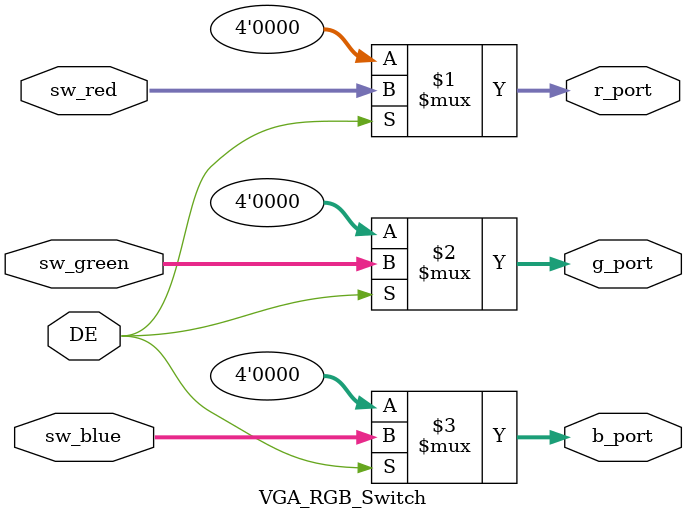
<source format=sv>
`timescale 1ps / 1ps

module VGA_RGB_Switch (
    input  logic [3:0] sw_red,
    input  logic [3:0] sw_green,
    input  logic [3:0] sw_blue,
    input  logic       DE,
    output logic [3:0] r_port,
    output logic [3:0] g_port,
    output logic [3:0] b_port
);

    assign r_port = DE ? sw_red   : 4'b0000;
    assign g_port = DE ? sw_green : 4'b0000;      
    assign b_port = DE ? sw_blue  : 4'b0000;

endmodule



</source>
